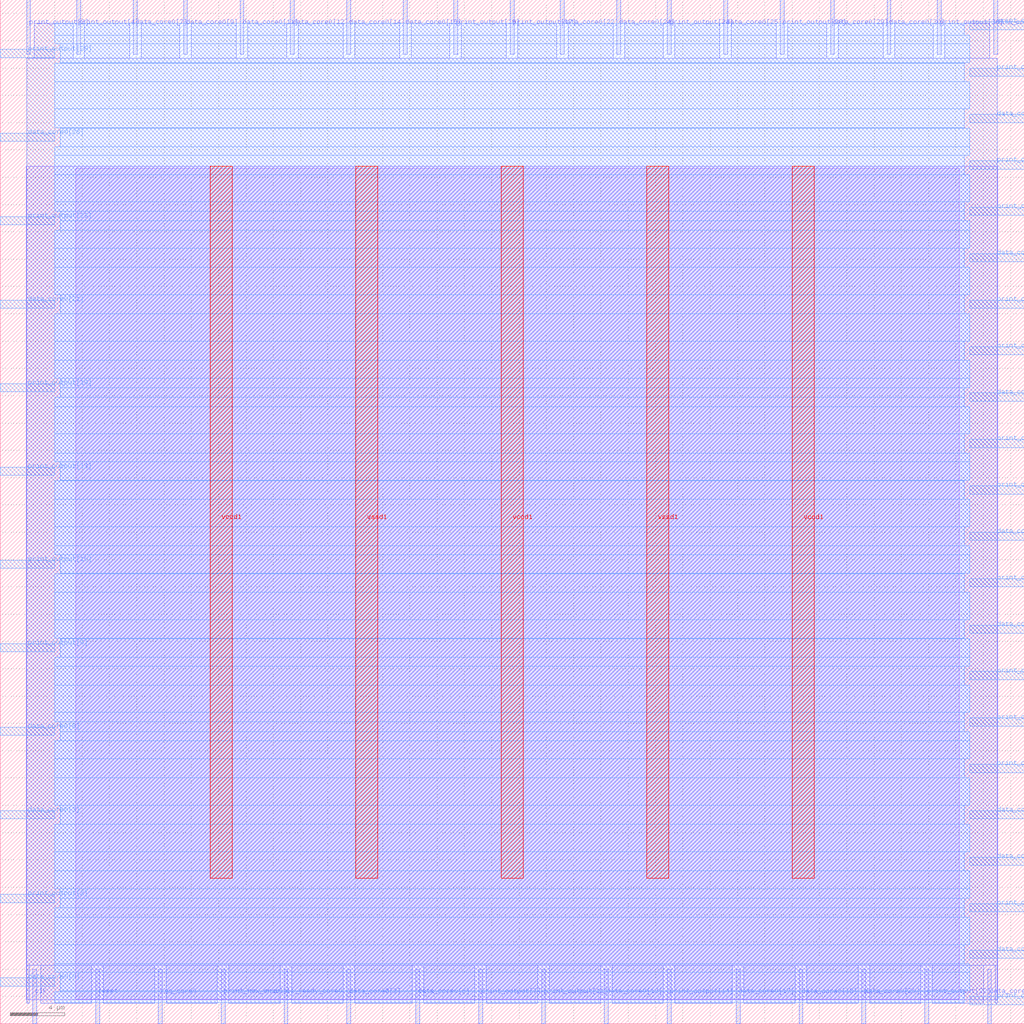
<source format=lef>
VERSION 5.7 ;
  NOWIREEXTENSIONATPIN ON ;
  DIVIDERCHAR "/" ;
  BUSBITCHARS "[]" ;
MACRO io_output_arbiter
  CLASS BLOCK ;
  FOREIGN io_output_arbiter ;
  ORIGIN 0.000 0.000 ;
  SIZE 75.000 BY 75.000 ;
  PIN clk
    DIRECTION INPUT ;
    USE SIGNAL ;
    PORT
      LAYER met2 ;
        RECT 2.390 0.000 2.670 4.000 ;
    END
  END clk
  PIN data_core0[0]
    DIRECTION INPUT ;
    USE SIGNAL ;
    PORT
      LAYER met3 ;
        RECT 0.000 2.760 4.000 3.360 ;
    END
  END data_core0[0]
  PIN data_core0[10]
    DIRECTION INPUT ;
    USE SIGNAL ;
    PORT
      LAYER met3 ;
        RECT 71.000 28.600 75.000 29.200 ;
    END
  END data_core0[10]
  PIN data_core0[11]
    DIRECTION INPUT ;
    USE SIGNAL ;
    PORT
      LAYER met2 ;
        RECT 17.570 71.000 17.850 75.000 ;
    END
  END data_core0[11]
  PIN data_core0[12]
    DIRECTION INPUT ;
    USE SIGNAL ;
    PORT
      LAYER met2 ;
        RECT 21.250 71.000 21.530 75.000 ;
    END
  END data_core0[12]
  PIN data_core0[13]
    DIRECTION INPUT ;
    USE SIGNAL ;
    PORT
      LAYER met2 ;
        RECT 44.250 0.000 44.530 4.000 ;
    END
  END data_core0[13]
  PIN data_core0[14]
    DIRECTION INPUT ;
    USE SIGNAL ;
    PORT
      LAYER met2 ;
        RECT 25.390 71.000 25.670 75.000 ;
    END
  END data_core0[14]
  PIN data_core0[15]
    DIRECTION INPUT ;
    USE SIGNAL ;
    PORT
      LAYER met2 ;
        RECT 29.530 71.000 29.810 75.000 ;
    END
  END data_core0[15]
  PIN data_core0[16]
    DIRECTION INPUT ;
    USE SIGNAL ;
    PORT
      LAYER met3 ;
        RECT 71.000 35.400 75.000 36.000 ;
    END
  END data_core0[16]
  PIN data_core0[17]
    DIRECTION INPUT ;
    USE SIGNAL ;
    PORT
      LAYER met2 ;
        RECT 53.910 0.000 54.190 4.000 ;
    END
  END data_core0[17]
  PIN data_core0[18]
    DIRECTION INPUT ;
    USE SIGNAL ;
    PORT
      LAYER met2 ;
        RECT 58.510 0.000 58.790 4.000 ;
    END
  END data_core0[18]
  PIN data_core0[19]
    DIRECTION INPUT ;
    USE SIGNAL ;
    PORT
      LAYER met3 ;
        RECT 71.000 45.600 75.000 46.200 ;
    END
  END data_core0[19]
  PIN data_core0[1]
    DIRECTION INPUT ;
    USE SIGNAL ;
    PORT
      LAYER met3 ;
        RECT 71.000 4.800 75.000 5.400 ;
    END
  END data_core0[1]
  PIN data_core0[20]
    DIRECTION INPUT ;
    USE SIGNAL ;
    PORT
      LAYER met2 ;
        RECT 63.110 0.000 63.390 4.000 ;
    END
  END data_core0[20]
  PIN data_core0[21]
    DIRECTION INPUT ;
    USE SIGNAL ;
    PORT
      LAYER met3 ;
        RECT 0.000 52.400 4.000 53.000 ;
    END
  END data_core0[21]
  PIN data_core0[22]
    DIRECTION INPUT ;
    USE SIGNAL ;
    PORT
      LAYER met2 ;
        RECT 41.030 71.000 41.310 75.000 ;
    END
  END data_core0[22]
  PIN data_core0[23]
    DIRECTION INPUT ;
    USE SIGNAL ;
    PORT
      LAYER met3 ;
        RECT 71.000 55.800 75.000 56.400 ;
    END
  END data_core0[23]
  PIN data_core0[24]
    DIRECTION INPUT ;
    USE SIGNAL ;
    PORT
      LAYER met2 ;
        RECT 45.170 71.000 45.450 75.000 ;
    END
  END data_core0[24]
  PIN data_core0[25]
    DIRECTION INPUT ;
    USE SIGNAL ;
    PORT
      LAYER met2 ;
        RECT 52.990 71.000 53.270 75.000 ;
    END
  END data_core0[25]
  PIN data_core0[26]
    DIRECTION INPUT ;
    USE SIGNAL ;
    PORT
      LAYER met3 ;
        RECT 0.000 64.640 4.000 65.240 ;
    END
  END data_core0[26]
  PIN data_core0[27]
    DIRECTION INPUT ;
    USE SIGNAL ;
    PORT
      LAYER met3 ;
        RECT 71.000 66.000 75.000 66.600 ;
    END
  END data_core0[27]
  PIN data_core0[28]
    DIRECTION INPUT ;
    USE SIGNAL ;
    PORT
      LAYER met2 ;
        RECT 72.310 0.000 72.590 4.000 ;
    END
  END data_core0[28]
  PIN data_core0[29]
    DIRECTION INPUT ;
    USE SIGNAL ;
    PORT
      LAYER met2 ;
        RECT 60.810 71.000 61.090 75.000 ;
    END
  END data_core0[29]
  PIN data_core0[2]
    DIRECTION INPUT ;
    USE SIGNAL ;
    PORT
      LAYER met2 ;
        RECT 25.390 0.000 25.670 4.000 ;
    END
  END data_core0[2]
  PIN data_core0[30]
    DIRECTION INPUT ;
    USE SIGNAL ;
    PORT
      LAYER met2 ;
        RECT 64.950 71.000 65.230 75.000 ;
    END
  END data_core0[30]
  PIN data_core0[31]
    DIRECTION INPUT ;
    USE SIGNAL ;
    PORT
      LAYER met2 ;
        RECT 72.770 71.000 73.050 75.000 ;
    END
  END data_core0[31]
  PIN data_core0[3]
    DIRECTION INPUT ;
    USE SIGNAL ;
    PORT
      LAYER met3 ;
        RECT 0.000 15.000 4.000 15.600 ;
    END
  END data_core0[3]
  PIN data_core0[4]
    DIRECTION INPUT ;
    USE SIGNAL ;
    PORT
      LAYER met3 ;
        RECT 71.000 11.600 75.000 12.200 ;
    END
  END data_core0[4]
  PIN data_core0[5]
    DIRECTION INPUT ;
    USE SIGNAL ;
    PORT
      LAYER met3 ;
        RECT 71.000 15.000 75.000 15.600 ;
    END
  END data_core0[5]
  PIN data_core0[6]
    DIRECTION INPUT ;
    USE SIGNAL ;
    PORT
      LAYER met2 ;
        RECT 30.450 0.000 30.730 4.000 ;
    END
  END data_core0[6]
  PIN data_core0[7]
    DIRECTION INPUT ;
    USE SIGNAL ;
    PORT
      LAYER met2 ;
        RECT 9.750 71.000 10.030 75.000 ;
    END
  END data_core0[7]
  PIN data_core0[8]
    DIRECTION INPUT ;
    USE SIGNAL ;
    PORT
      LAYER met3 ;
        RECT 0.000 21.120 4.000 21.720 ;
    END
  END data_core0[8]
  PIN data_core0[9]
    DIRECTION INPUT ;
    USE SIGNAL ;
    PORT
      LAYER met2 ;
        RECT 13.430 71.000 13.710 75.000 ;
    END
  END data_core0[9]
  PIN is_ready_core0
    DIRECTION OUTPUT TRISTATE ;
    USE SIGNAL ;
    PORT
      LAYER met2 ;
        RECT 20.790 0.000 21.070 4.000 ;
    END
  END is_ready_core0
  PIN print_hex_enable
    DIRECTION OUTPUT TRISTATE ;
    USE SIGNAL ;
    PORT
      LAYER met2 ;
        RECT 16.190 0.000 16.470 4.000 ;
    END
  END print_hex_enable
  PIN print_output[0]
    DIRECTION OUTPUT TRISTATE ;
    USE SIGNAL ;
    PORT
      LAYER met3 ;
        RECT 71.000 1.400 75.000 2.000 ;
    END
  END print_output[0]
  PIN print_output[10]
    DIRECTION OUTPUT TRISTATE ;
    USE SIGNAL ;
    PORT
      LAYER met3 ;
        RECT 0.000 33.360 4.000 33.960 ;
    END
  END print_output[10]
  PIN print_output[11]
    DIRECTION OUTPUT TRISTATE ;
    USE SIGNAL ;
    PORT
      LAYER met2 ;
        RECT 39.650 0.000 39.930 4.000 ;
    END
  END print_output[11]
  PIN print_output[12]
    DIRECTION OUTPUT TRISTATE ;
    USE SIGNAL ;
    PORT
      LAYER met3 ;
        RECT 71.000 32.000 75.000 32.600 ;
    END
  END print_output[12]
  PIN print_output[13]
    DIRECTION OUTPUT TRISTATE ;
    USE SIGNAL ;
    PORT
      LAYER met3 ;
        RECT 0.000 40.160 4.000 40.760 ;
    END
  END print_output[13]
  PIN print_output[14]
    DIRECTION OUTPUT TRISTATE ;
    USE SIGNAL ;
    PORT
      LAYER met2 ;
        RECT 48.850 0.000 49.130 4.000 ;
    END
  END print_output[14]
  PIN print_output[15]
    DIRECTION OUTPUT TRISTATE ;
    USE SIGNAL ;
    PORT
      LAYER met2 ;
        RECT 33.210 71.000 33.490 75.000 ;
    END
  END print_output[15]
  PIN print_output[16]
    DIRECTION OUTPUT TRISTATE ;
    USE SIGNAL ;
    PORT
      LAYER met3 ;
        RECT 71.000 38.800 75.000 39.400 ;
    END
  END print_output[16]
  PIN print_output[17]
    DIRECTION OUTPUT TRISTATE ;
    USE SIGNAL ;
    PORT
      LAYER met2 ;
        RECT 37.350 71.000 37.630 75.000 ;
    END
  END print_output[17]
  PIN print_output[18]
    DIRECTION OUTPUT TRISTATE ;
    USE SIGNAL ;
    PORT
      LAYER met3 ;
        RECT 71.000 42.200 75.000 42.800 ;
    END
  END print_output[18]
  PIN print_output[19]
    DIRECTION OUTPUT TRISTATE ;
    USE SIGNAL ;
    PORT
      LAYER met3 ;
        RECT 0.000 46.280 4.000 46.880 ;
    END
  END print_output[19]
  PIN print_output[1]
    DIRECTION OUTPUT TRISTATE ;
    USE SIGNAL ;
    PORT
      LAYER met3 ;
        RECT 71.000 8.200 75.000 8.800 ;
    END
  END print_output[1]
  PIN print_output[20]
    DIRECTION OUTPUT TRISTATE ;
    USE SIGNAL ;
    PORT
      LAYER met3 ;
        RECT 71.000 49.000 75.000 49.600 ;
    END
  END print_output[20]
  PIN print_output[21]
    DIRECTION OUTPUT TRISTATE ;
    USE SIGNAL ;
    PORT
      LAYER met3 ;
        RECT 71.000 52.400 75.000 53.000 ;
    END
  END print_output[21]
  PIN print_output[22]
    DIRECTION OUTPUT TRISTATE ;
    USE SIGNAL ;
    PORT
      LAYER met2 ;
        RECT 67.710 0.000 67.990 4.000 ;
    END
  END print_output[22]
  PIN print_output[23]
    DIRECTION OUTPUT TRISTATE ;
    USE SIGNAL ;
    PORT
      LAYER met3 ;
        RECT 0.000 58.520 4.000 59.120 ;
    END
  END print_output[23]
  PIN print_output[24]
    DIRECTION OUTPUT TRISTATE ;
    USE SIGNAL ;
    PORT
      LAYER met2 ;
        RECT 48.850 71.000 49.130 75.000 ;
    END
  END print_output[24]
  PIN print_output[25]
    DIRECTION OUTPUT TRISTATE ;
    USE SIGNAL ;
    PORT
      LAYER met3 ;
        RECT 71.000 59.200 75.000 59.800 ;
    END
  END print_output[25]
  PIN print_output[26]
    DIRECTION OUTPUT TRISTATE ;
    USE SIGNAL ;
    PORT
      LAYER met3 ;
        RECT 71.000 62.600 75.000 63.200 ;
    END
  END print_output[26]
  PIN print_output[27]
    DIRECTION OUTPUT TRISTATE ;
    USE SIGNAL ;
    PORT
      LAYER met3 ;
        RECT 71.000 69.400 75.000 70.000 ;
    END
  END print_output[27]
  PIN print_output[28]
    DIRECTION OUTPUT TRISTATE ;
    USE SIGNAL ;
    PORT
      LAYER met2 ;
        RECT 57.130 71.000 57.410 75.000 ;
    END
  END print_output[28]
  PIN print_output[29]
    DIRECTION OUTPUT TRISTATE ;
    USE SIGNAL ;
    PORT
      LAYER met3 ;
        RECT 0.000 70.760 4.000 71.360 ;
    END
  END print_output[29]
  PIN print_output[2]
    DIRECTION OUTPUT TRISTATE ;
    USE SIGNAL ;
    PORT
      LAYER met3 ;
        RECT 0.000 8.880 4.000 9.480 ;
    END
  END print_output[2]
  PIN print_output[30]
    DIRECTION OUTPUT TRISTATE ;
    USE SIGNAL ;
    PORT
      LAYER met2 ;
        RECT 68.630 71.000 68.910 75.000 ;
    END
  END print_output[30]
  PIN print_output[31]
    DIRECTION OUTPUT TRISTATE ;
    USE SIGNAL ;
    PORT
      LAYER met3 ;
        RECT 71.000 72.800 75.000 73.400 ;
    END
  END print_output[31]
  PIN print_output[3]
    DIRECTION OUTPUT TRISTATE ;
    USE SIGNAL ;
    PORT
      LAYER met2 ;
        RECT 1.930 71.000 2.210 75.000 ;
    END
  END print_output[3]
  PIN print_output[4]
    DIRECTION OUTPUT TRISTATE ;
    USE SIGNAL ;
    PORT
      LAYER met2 ;
        RECT 5.610 71.000 5.890 75.000 ;
    END
  END print_output[4]
  PIN print_output[5]
    DIRECTION OUTPUT TRISTATE ;
    USE SIGNAL ;
    PORT
      LAYER met3 ;
        RECT 71.000 18.400 75.000 19.000 ;
    END
  END print_output[5]
  PIN print_output[6]
    DIRECTION OUTPUT TRISTATE ;
    USE SIGNAL ;
    PORT
      LAYER met3 ;
        RECT 71.000 21.800 75.000 22.400 ;
    END
  END print_output[6]
  PIN print_output[7]
    DIRECTION OUTPUT TRISTATE ;
    USE SIGNAL ;
    PORT
      LAYER met2 ;
        RECT 35.050 0.000 35.330 4.000 ;
    END
  END print_output[7]
  PIN print_output[8]
    DIRECTION OUTPUT TRISTATE ;
    USE SIGNAL ;
    PORT
      LAYER met3 ;
        RECT 71.000 25.200 75.000 25.800 ;
    END
  END print_output[8]
  PIN print_output[9]
    DIRECTION OUTPUT TRISTATE ;
    USE SIGNAL ;
    PORT
      LAYER met3 ;
        RECT 0.000 27.240 4.000 27.840 ;
    END
  END print_output[9]
  PIN req_core0
    DIRECTION INPUT ;
    USE SIGNAL ;
    PORT
      LAYER met2 ;
        RECT 11.590 0.000 11.870 4.000 ;
    END
  END req_core0
  PIN reset
    DIRECTION INPUT ;
    USE SIGNAL ;
    PORT
      LAYER met2 ;
        RECT 6.990 0.000 7.270 4.000 ;
    END
  END reset
  PIN vccd1
    DIRECTION INPUT ;
    USE POWER ;
    PORT
      LAYER met4 ;
        RECT 15.380 10.640 16.980 62.800 ;
    END
    PORT
      LAYER met4 ;
        RECT 36.700 10.640 38.300 62.800 ;
    END
    PORT
      LAYER met4 ;
        RECT 58.020 10.640 59.620 62.800 ;
    END
  END vccd1
  PIN vssd1
    DIRECTION INPUT ;
    USE GROUND ;
    PORT
      LAYER met4 ;
        RECT 26.040 10.640 27.640 62.800 ;
    END
    PORT
      LAYER met4 ;
        RECT 47.360 10.640 48.960 62.800 ;
    END
  END vssd1
  OBS
      LAYER li1 ;
        RECT 5.520 1.785 70.235 62.645 ;
      LAYER met1 ;
        RECT 1.910 1.740 73.070 62.800 ;
      LAYER met2 ;
        RECT 2.490 70.720 5.330 73.285 ;
        RECT 6.170 70.720 9.470 73.285 ;
        RECT 10.310 70.720 13.150 73.285 ;
        RECT 13.990 70.720 17.290 73.285 ;
        RECT 18.130 70.720 20.970 73.285 ;
        RECT 21.810 70.720 25.110 73.285 ;
        RECT 25.950 70.720 29.250 73.285 ;
        RECT 30.090 70.720 32.930 73.285 ;
        RECT 33.770 70.720 37.070 73.285 ;
        RECT 37.910 70.720 40.750 73.285 ;
        RECT 41.590 70.720 44.890 73.285 ;
        RECT 45.730 70.720 48.570 73.285 ;
        RECT 49.410 70.720 52.710 73.285 ;
        RECT 53.550 70.720 56.850 73.285 ;
        RECT 57.690 70.720 60.530 73.285 ;
        RECT 61.370 70.720 64.670 73.285 ;
        RECT 65.510 70.720 68.350 73.285 ;
        RECT 69.190 70.720 72.490 73.285 ;
        RECT 1.940 4.280 73.040 70.720 ;
        RECT 1.940 1.515 2.110 4.280 ;
        RECT 2.950 1.515 6.710 4.280 ;
        RECT 7.550 1.515 11.310 4.280 ;
        RECT 12.150 1.515 15.910 4.280 ;
        RECT 16.750 1.515 20.510 4.280 ;
        RECT 21.350 1.515 25.110 4.280 ;
        RECT 25.950 1.515 30.170 4.280 ;
        RECT 31.010 1.515 34.770 4.280 ;
        RECT 35.610 1.515 39.370 4.280 ;
        RECT 40.210 1.515 43.970 4.280 ;
        RECT 44.810 1.515 48.570 4.280 ;
        RECT 49.410 1.515 53.630 4.280 ;
        RECT 54.470 1.515 58.230 4.280 ;
        RECT 59.070 1.515 62.830 4.280 ;
        RECT 63.670 1.515 67.430 4.280 ;
        RECT 68.270 1.515 72.030 4.280 ;
        RECT 72.870 1.515 73.040 4.280 ;
      LAYER met3 ;
        RECT 4.000 72.400 70.600 73.265 ;
        RECT 4.000 71.760 71.000 72.400 ;
        RECT 4.400 70.400 71.000 71.760 ;
        RECT 4.400 70.360 70.600 70.400 ;
        RECT 4.000 69.000 70.600 70.360 ;
        RECT 4.000 67.000 71.000 69.000 ;
        RECT 4.000 65.640 70.600 67.000 ;
        RECT 4.400 65.600 70.600 65.640 ;
        RECT 4.400 64.240 71.000 65.600 ;
        RECT 4.000 63.600 71.000 64.240 ;
        RECT 4.000 62.200 70.600 63.600 ;
        RECT 4.000 60.200 71.000 62.200 ;
        RECT 4.000 59.520 70.600 60.200 ;
        RECT 4.400 58.800 70.600 59.520 ;
        RECT 4.400 58.120 71.000 58.800 ;
        RECT 4.000 56.800 71.000 58.120 ;
        RECT 4.000 55.400 70.600 56.800 ;
        RECT 4.000 53.400 71.000 55.400 ;
        RECT 4.400 52.000 70.600 53.400 ;
        RECT 4.000 50.000 71.000 52.000 ;
        RECT 4.000 48.600 70.600 50.000 ;
        RECT 4.000 47.280 71.000 48.600 ;
        RECT 4.400 46.600 71.000 47.280 ;
        RECT 4.400 45.880 70.600 46.600 ;
        RECT 4.000 45.200 70.600 45.880 ;
        RECT 4.000 43.200 71.000 45.200 ;
        RECT 4.000 41.800 70.600 43.200 ;
        RECT 4.000 41.160 71.000 41.800 ;
        RECT 4.400 39.800 71.000 41.160 ;
        RECT 4.400 39.760 70.600 39.800 ;
        RECT 4.000 38.400 70.600 39.760 ;
        RECT 4.000 36.400 71.000 38.400 ;
        RECT 4.000 35.000 70.600 36.400 ;
        RECT 4.000 34.360 71.000 35.000 ;
        RECT 4.400 33.000 71.000 34.360 ;
        RECT 4.400 32.960 70.600 33.000 ;
        RECT 4.000 31.600 70.600 32.960 ;
        RECT 4.000 29.600 71.000 31.600 ;
        RECT 4.000 28.240 70.600 29.600 ;
        RECT 4.400 28.200 70.600 28.240 ;
        RECT 4.400 26.840 71.000 28.200 ;
        RECT 4.000 26.200 71.000 26.840 ;
        RECT 4.000 24.800 70.600 26.200 ;
        RECT 4.000 22.800 71.000 24.800 ;
        RECT 4.000 22.120 70.600 22.800 ;
        RECT 4.400 21.400 70.600 22.120 ;
        RECT 4.400 20.720 71.000 21.400 ;
        RECT 4.000 19.400 71.000 20.720 ;
        RECT 4.000 18.000 70.600 19.400 ;
        RECT 4.000 16.000 71.000 18.000 ;
        RECT 4.400 14.600 70.600 16.000 ;
        RECT 4.000 12.600 71.000 14.600 ;
        RECT 4.000 11.200 70.600 12.600 ;
        RECT 4.000 9.880 71.000 11.200 ;
        RECT 4.400 9.200 71.000 9.880 ;
        RECT 4.400 8.480 70.600 9.200 ;
        RECT 4.000 7.800 70.600 8.480 ;
        RECT 4.000 5.800 71.000 7.800 ;
        RECT 4.000 4.400 70.600 5.800 ;
        RECT 4.000 3.760 71.000 4.400 ;
        RECT 4.400 2.400 71.000 3.760 ;
        RECT 4.400 2.360 70.600 2.400 ;
        RECT 4.000 1.535 70.600 2.360 ;
  END
END io_output_arbiter
END LIBRARY


</source>
